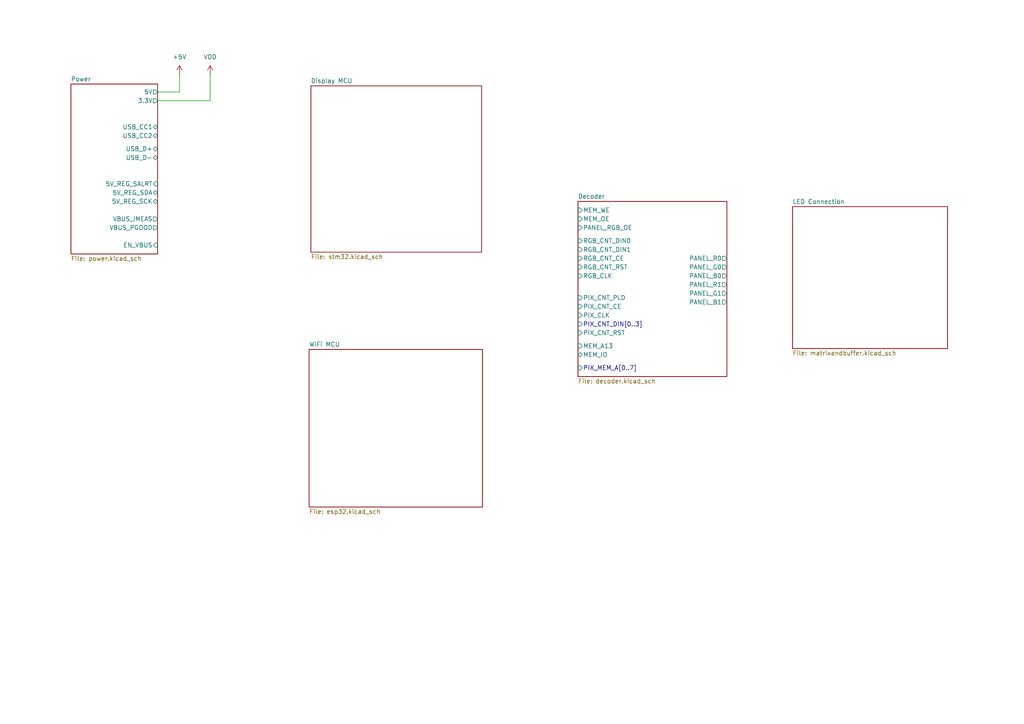
<source format=kicad_sch>
(kicad_sch (version 20250114) (generator "eeschema") (generator_version "9.0")
  (paper "A4")
  (lib_symbols
    (symbol "power:+5V" (power) (pin_numbers (hide yes)) (pin_names (offset 0) (hide yes))
      (property "Value" "+5V" (at 0 3.556 0))
      (symbol "+5V_0_1"
        (polyline (pts (xy -0.762 1.27) (xy 0 2.54)))
        (polyline (pts (xy 0 2.54) (xy 0.762 1.27)))
        (polyline (pts (xy 0 0) (xy 0 2.54)))
      )
      (symbol "+5V_1_1"
        (pin power_in line (at 0 0 90) (length 0) (name "~") (number "1"))
      )
    )
    (symbol "power:VDD" (power) (pin_numbers (hide yes)) (pin_names (offset 0) (hide yes))
      (property "Value" "VDD" (at 0 3.556 0))
      (symbol "VDD_0_1"
        (polyline (pts (xy -0.762 1.27) (xy 0 2.54)))
        (polyline (pts (xy 0 2.54) (xy 0.762 1.27)))
        (polyline (pts (xy 0 0) (xy 0 2.54)))
      )
      (symbol "VDD_1_1"
        (pin power_in line (at 0 0 90) (length 0) (name "~") (number "1"))
      )
    )
  )
  (wire (pts (xy 60.96 29.21) (xy 45.72 29.21)))
  (wire (pts (xy 60.96 21.59) (xy 60.96 29.21)))
  (wire (pts (xy 45.72 26.67) (xy 52.07 26.67)))
  (wire (pts (xy 52.07 26.67) (xy 52.07 21.59)))
  (symbol (lib_id "power:+5V") (at 52.07 21.59 0) (unit 1)
    (property "Reference" "#PWR012" (effects (hide yes)))
    (property "Value" "+5V" (at 52.07 16.51 0))
    (property "Description" "Power symbol creates a global label with name \"+5V\"" (effects (hide yes)))
  )
  (symbol (lib_id "power:VDD") (at 60.96 21.59 0) (unit 1)
    (property "Reference" "#PWR011" (effects (hide yes)))
    (property "Value" "VDD" (at 60.96 16.51 0))
    (property "Description" "Power symbol creates a global label with name \"VDD\"" (effects (hide yes)))
  )
  (sheet (at 167.64 58.42) (size 43.18 50.8) (stroke (width 0.1524))
    (property "Sheetname" "Decoder" (at 167.64 57.7084 0) (effects (justify left bottom)))
    (property "Sheetfile" "decoder.kicad_sch" (at 167.64 109.8046 0) (effects (justify left top)))
    (pin "MEM_WE" input (at 167.64 60.96 180))
    (pin "MEM_OE" input (at 167.64 63.5 180))
    (pin "PANEL_RGB_OE" input (at 167.64 66.04 180))
    (pin "RGB_CNT_DIN0" input (at 167.64 69.85 180))
    (pin "RGB_CNT_DIN1" input (at 167.64 72.39 180))
    (pin "RGB_CNT_CE" input (at 167.64 74.93 180))
    (pin "RGB_CNT_RST" input (at 167.64 77.47 180))
    (pin "RGB_CLK" input (at 167.64 80.01 180))
    (pin "PIX_CNT_PLD" input (at 167.64 86.36 180))
    (pin "PIX_CNT_CE" input (at 167.64 88.9 180))
    (pin "PIX_CLK" input (at 167.64 91.44 180))
    (pin "PIX_CNT_DIN[0..3]" input (at 167.64 93.98 180))
    (pin "PIX_CNT_RST" input (at 167.64 96.52 180))
    (pin "PANEL_B1" output (at 210.82 87.63 0))
    (pin "PANEL_G0" output (at 210.82 77.47 0))
    (pin "PANEL_R0" output (at 210.82 74.93 0))
    (pin "PANEL_G1" output (at 210.82 85.09 0))
    (pin "PANEL_R1" output (at 210.82 82.55 0))
    (pin "PANEL_B0" output (at 210.82 80.01 0))
    (pin "MEM_A13" input (at 167.64 100.33 180))
    (pin "MEM_IO" bidirectional (at 167.64 102.87 180))
    (pin "PIX_MEM_A[0..7]" input (at 167.64 106.68 180))
  )
  (sheet (at 90.17 24.892) (size 49.53 48.26) (stroke (width 0.1524))
    (property "Sheetname" "Display MCU" (at 90.17 24.1804 0) (effects (justify left bottom)))
    (property "Sheetfile" "stm32.kicad_sch" (at 90.17 73.7366 0) (effects (justify left top)))
  )
  (sheet (at 20.574 24.384) (size 25.146 49.276) (stroke (width 0.1524))
    (property "Sheetname" "Power" (at 20.574 23.6724 0) (effects (justify left bottom)))
    (property "Sheetfile" "power.kicad_sch" (at 20.574 74.2446 0) (effects (justify left top)))
    (pin "5V_REG_SCK" bidirectional (at 45.72 58.42 0))
    (pin "5V_REG_SALRT" input (at 45.72 53.34 0))
    (pin "5V_REG_SDA" bidirectional (at 45.72 55.88 0))
    (pin "5V" output (at 45.72 26.67 0))
    (pin "USB_D-" bidirectional (at 45.72 45.72 0))
    (pin "USB_D+" bidirectional (at 45.72 43.18 0))
    (pin "USB_CC1" bidirectional (at 45.72 36.83 0))
    (pin "USB_CC2" bidirectional (at 45.72 39.37 0))
    (pin "EN_VBUS" input (at 45.72 71.12 0))
    (pin "3.3V" output (at 45.72 29.21 0))
    (pin "VBUS_IMEAS" output (at 45.72 63.5 0))
    (pin "VBUS_PGOOD" output (at 45.72 66.04 0))
  )
  (sheet (at 89.662 101.346) (size 50.292 45.72) (stroke (width 0.1524))
    (property "Sheetname" "WiFi MCU" (at 89.662 100.6344 0) (effects (justify left bottom)))
    (property "Sheetfile" "esp32.kicad_sch" (at 89.662 147.6506 0) (effects (justify left top)))
  )
  (sheet (at 229.87 59.944) (size 44.958 41.148) (stroke (width 0.1524))
    (property "Sheetname" "LED Connection" (at 229.87 59.2324 0) (effects (justify left bottom)))
    (property "Sheetfile" "matrixandbuffer.kicad_sch" (at 229.87 101.6766 0) (effects (justify left top)))
  )
)
</source>
